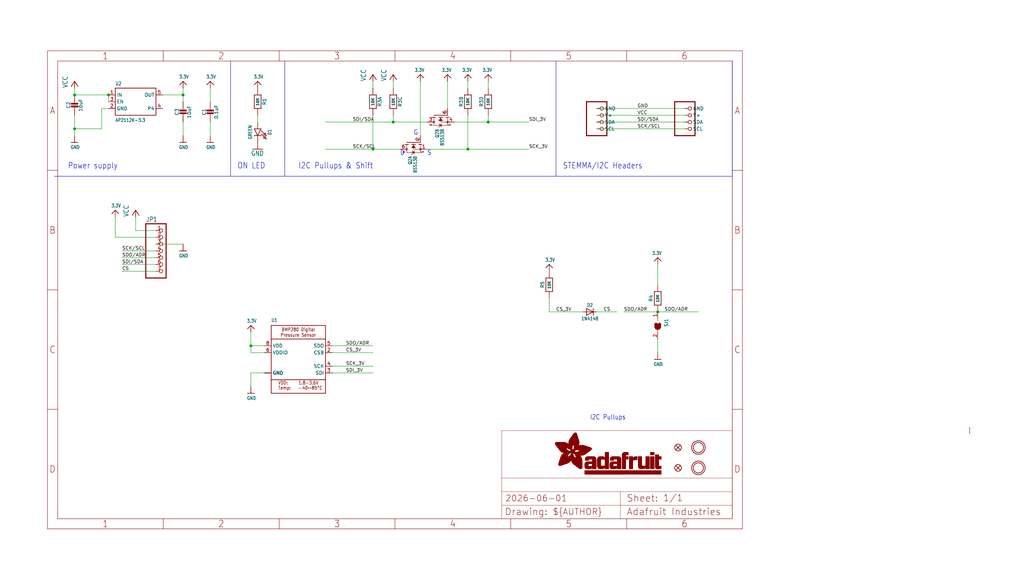
<source format=kicad_sch>
(kicad_sch (version 20230121) (generator eeschema)
  (paper "User" 383.616 217.322)
  (lib_symbols
    (symbol "Adafruit DPS310-eagle-import:3.3V" (power)
      (property "Value" "3.3V" (at -1.524 1.016 0))
      (symbol "3.3V_1_0"
        (pin power_in line (at 0 -2.54 90) (length 2.54) (name "3.3V") (number "1"))
      )
    )
    (symbol "Adafruit DPS310-eagle-import:BMP280_COMBO"
      (property "Reference" "U" (at -10.16 13.97 0))
      (symbol "BMP280_COMBO_1_0"
        (text "-40~~85°C" (at 0 -11.43 0) (effects (font (size 1.27 1.0795)) (justify left bottom)))
        (text "1.8-3.6V" (at 0 -9.525 0) (effects (font (size 1.27 1.0795)) (justify left bottom)))
        (text "BMP280 Digital\nPressure Sensor" (at 0 10.16 0) (effects (font (size 1.27 1.0795))))
        (text "Temp:" (at -7.62 -11.43 0) (effects (font (size 1.27 1.0795)) (justify left bottom)))
        (text "VDD:" (at -7.62 -9.525 0) (effects (font (size 1.27 1.0795)) (justify left bottom)))
        (pin power_in line (at -12.7 -5.08 0) (length 2.54) (name "GND") (number "1"))
        (pin input line (at 12.7 2.54 180) (length 2.54) (name "CSB") (number "2"))
        (pin input line (at 12.7 -5.08 180) (length 2.54) (name "SDI") (number "3"))
        (pin input line (at 12.7 -2.54 180) (length 2.54) (name "SCK") (number "4"))
        (pin output line (at 12.7 5.08 180) (length 2.54) (name "SDO") (number "5"))
        (pin power_in line (at -12.7 2.54 0) (length 2.54) (name "VDDIO") (number "6"))
        (pin power_in line (at -12.7 -5.08 0) (length 2.54) (name "GND") (number "7"))
        (pin power_in line (at -12.7 5.08 0) (length 2.54) (name "VDD") (number "8"))
      )
    )
    (symbol "Adafruit DPS310-eagle-import:CAP_CERAMIC0603_NO"
      (property "Reference" "C" (at -2.29 1.25 90))
      (symbol "CAP_CERAMIC0603_NO_1_0"
        (pin passive line (at 0 5.08 270) (length 2.54) (name "1") (number "1"))
        (pin passive line (at 0 -2.54 90) (length 2.54) (name "2") (number "2"))
      )
    )
    (symbol "Adafruit DPS310-eagle-import:CAP_CERAMIC0805-NOOUTLINE"
      (property "Reference" "C" (at -2.29 1.25 90))
      (symbol "CAP_CERAMIC0805-NOOUTLINE_1_0"
        (pin passive line (at 0 5.08 270) (length 2.54) (name "1") (number "1"))
        (pin passive line (at 0 -2.54 90) (length 2.54) (name "2") (number "2"))
      )
    )
    (symbol "Adafruit DPS310-eagle-import:DIODESOD-323"
      (property "Reference" "D" (at 0 2.54 0))
      (symbol "DIODESOD-323_1_0"
        (pin passive line (at -2.54 0 0) (length 2.54) (name "A") (number "A"))
        (pin passive line (at 2.54 0 180) (length 2.54) (name "C") (number "C"))
      )
    )
    (symbol "Adafruit DPS310-eagle-import:FIDUCIAL_1MM")
    (symbol "Adafruit DPS310-eagle-import:FRAME_A4_ADAFRUIT"
      (symbol "FRAME_A4_ADAFRUIT_1_0"
        (text "${#}/${##}" (at 230.505 10.16 0) (effects (font (size 2.54 2.54)) (justify left bottom)))
        (text "${AUTHOR}" (at 189.23 5.08 0) (effects (font (size 2.286 2.286)) (justify left bottom)))
        (text "${CURRENT_DATE}" (at 171.45 10.16 0) (effects (font (size 2.286 2.286)) (justify left bottom)))
        (text "${PROJECTNAME}" (at 171.45 15.24 0) (effects (font (size 2.54 2.54)) (justify left bottom)))
        (text "1" (at 21.6958 1.905 0) (effects (font (size 2.54 2.286))))
        (text "1" (at 21.6958 177.165 0) (effects (font (size 2.54 2.286))))
        (text "2" (at 65.0875 1.905 0) (effects (font (size 2.54 2.286))))
        (text "2" (at 65.0875 177.165 0) (effects (font (size 2.54 2.286))))
        (text "3" (at 108.4792 1.905 0) (effects (font (size 2.54 2.286))))
        (text "3" (at 108.4792 177.165 0) (effects (font (size 2.54 2.286))))
        (text "4" (at 151.8708 1.905 0) (effects (font (size 2.54 2.286))))
        (text "4" (at 151.8708 177.165 0) (effects (font (size 2.54 2.286))))
        (text "5" (at 195.2625 1.905 0) (effects (font (size 2.54 2.286))))
        (text "5" (at 195.2625 177.165 0) (effects (font (size 2.54 2.286))))
        (text "6" (at 238.6542 1.905 0) (effects (font (size 2.54 2.286))))
        (text "6" (at 238.6542 177.165 0) (effects (font (size 2.54 2.286))))
        (text "A" (at 1.905 156.6863 0) (effects (font (size 2.54 2.286))))
        (text "A" (at 258.445 156.6863 0) (effects (font (size 2.54 2.286))))
        (text "Adafruit Industries" (at 216.916 4.953 0) (effects (font (size 2.54 2.54)) (justify left bottom)))
        (text "B" (at 1.905 111.9188 0) (effects (font (size 2.54 2.286))))
        (text "B" (at 258.445 111.9188 0) (effects (font (size 2.54 2.286))))
        (text "C" (at 1.905 67.1513 0) (effects (font (size 2.54 2.286))))
        (text "C" (at 258.445 67.1513 0) (effects (font (size 2.54 2.286))))
        (text "D" (at 1.905 22.3838 0) (effects (font (size 2.54 2.286))))
        (text "D" (at 258.445 22.3838 0) (effects (font (size 2.54 2.286))))
        (text "Drawing:" (at 171.196 4.953 0) (effects (font (size 2.54 2.54)) (justify left bottom)))
        (text "Sheet:" (at 216.916 10.033 0) (effects (font (size 2.54 2.54)) (justify left bottom)))
      )
    )
    (symbol "Adafruit DPS310-eagle-import:GND" (power)
      (property "Value" "GND" (at -1.524 -2.54 0))
      (symbol "GND_1_0"
        (pin power_in line (at 0 2.54 270) (length 2.54) (name "GND") (number "1"))
      )
    )
    (symbol "Adafruit DPS310-eagle-import:HEADER-1X770MIL"
      (property "Reference" "JP" (at -6.35 10.795 0))
      (symbol "HEADER-1X770MIL_1_0"
        (pin passive inverted (at -2.54 7.62 0) (length 2.54) (name "1") (number "1"))
        (pin passive inverted (at -2.54 5.08 0) (length 2.54) (name "2") (number "2"))
        (pin passive inverted (at -2.54 2.54 0) (length 2.54) (name "3") (number "3"))
        (pin passive inverted (at -2.54 0 0) (length 2.54) (name "4") (number "4"))
        (pin passive inverted (at -2.54 -2.54 0) (length 2.54) (name "5") (number "5"))
        (pin passive inverted (at -2.54 -5.08 0) (length 2.54) (name "6") (number "6"))
        (pin passive inverted (at -2.54 -7.62 0) (length 2.54) (name "7") (number "7"))
      )
    )
    (symbol "Adafruit DPS310-eagle-import:LED0603_NOOUTLINE"
      (property "Reference" "D" (at -1.27 4.445 0))
      (symbol "LED0603_NOOUTLINE_1_0"
        (pin passive line (at -5.08 0 0) (length 2.54) (name "A") (number "A"))
        (pin passive line (at 2.54 0 180) (length 2.54) (name "C") (number "C"))
      )
    )
    (symbol "Adafruit DPS310-eagle-import:MOSFET-N_DUAL"
      (property "Reference" "Q" (at 5.08 0.635 0))
      (symbol "MOSFET-N_DUAL_1_0"
        (text "D" (at 3.175 3.175 0) (effects (font (size 0.8128 0.6908)) (justify left bottom)))
        (text "G" (at -1.27 -1.905 0) (effects (font (size 0.8128 0.6908)) (justify left bottom)))
        (text "S" (at 3.175 -3.81 0) (effects (font (size 0.8128 0.6908)) (justify left bottom)))
        (pin bidirectional line (at 2.54 -5.08 90) (length 2.54) (name "S") (number "1"))
        (pin bidirectional line (at -2.54 -2.54 0) (length 2.54) (name "G") (number "2"))
        (pin bidirectional line (at 2.54 5.08 270) (length 2.54) (name "D") (number "6"))
      )
      (symbol "MOSFET-N_DUAL_2_0"
        (text "D" (at 3.175 3.175 0) (effects (font (size 0.8128 0.6908)) (justify left bottom)))
        (text "G" (at -1.27 -1.905 0) (effects (font (size 0.8128 0.6908)) (justify left bottom)))
        (text "S" (at 3.175 -3.81 0) (effects (font (size 0.8128 0.6908)) (justify left bottom)))
        (pin bidirectional line (at 2.54 5.08 270) (length 2.54) (name "D") (number "3"))
        (pin bidirectional line (at 2.54 -5.08 90) (length 2.54) (name "S") (number "4"))
        (pin bidirectional line (at -2.54 -2.54 0) (length 2.54) (name "G") (number "5"))
      )
    )
    (symbol "Adafruit DPS310-eagle-import:MOUNTINGHOLE2.5")
    (symbol "Adafruit DPS310-eagle-import:RESISTOR_0603_NOOUT"
      (property "Reference" "R" (at 0 2.54 0))
      (symbol "RESISTOR_0603_NOOUT_1_0"
        (pin passive line (at -5.08 0 0) (length 2.54) (name "1") (number "1"))
        (pin passive line (at 5.08 0 180) (length 2.54) (name "2") (number "2"))
      )
    )
    (symbol "Adafruit DPS310-eagle-import:RESISTOR_4PACK"
      (property "Reference" "R" (at 0 2.54 0))
      (symbol "RESISTOR_4PACK_1_0"
        (pin passive line (at -5.08 0 0) (length 2.54) (name "1") (number "1"))
        (pin passive line (at 5.08 0 180) (length 2.54) (name "2") (number "8"))
      )
      (symbol "RESISTOR_4PACK_2_0"
        (pin passive line (at -5.08 0 0) (length 2.54) (name "1") (number "2"))
        (pin passive line (at 5.08 0 180) (length 2.54) (name "2") (number "7"))
      )
      (symbol "RESISTOR_4PACK_3_0"
        (pin passive line (at -5.08 0 0) (length 2.54) (name "1") (number "3"))
        (pin passive line (at 5.08 0 180) (length 2.54) (name "2") (number "6"))
      )
      (symbol "RESISTOR_4PACK_4_0"
        (pin passive line (at -5.08 0 0) (length 2.54) (name "1") (number "4"))
        (pin passive line (at 5.08 0 180) (length 2.54) (name "2") (number "5"))
      )
    )
    (symbol "Adafruit DPS310-eagle-import:SOLDERJUMPER"
      (property "Reference" "SJ" (at -2.54 2.54 0))
      (symbol "SOLDERJUMPER_1_0"
        (pin passive line (at -5.08 0 0) (length 2.54) (name "1") (number "1"))
        (pin passive line (at 5.08 0 180) (length 2.54) (name "2") (number "2"))
      )
    )
    (symbol "Adafruit DPS310-eagle-import:STEMMA_I2C_QT"
      (symbol "STEMMA_I2C_QT_1_0"
        (pin passive inverted (at 0 5.08 0) (length 2.54) (name "GND") (number "1"))
        (pin passive inverted (at 0 2.54 0) (length 2.54) (name "V+") (number "2"))
        (pin passive inverted (at 0 0 0) (length 2.54) (name "SDA") (number "3"))
        (pin passive inverted (at 0 -2.54 0) (length 2.54) (name "SCL") (number "4"))
      )
      (symbol "STEMMA_I2C_QT_2_0"
        (pin bidirectional line (at 0 0 0) (length 5.08) (name "MT") (number "MT1"))
      )
      (symbol "STEMMA_I2C_QT_3_0"
        (pin bidirectional line (at 0 0 0) (length 5.08) (name "MT") (number "MT2"))
      )
    )
    (symbol "Adafruit DPS310-eagle-import:VCC" (power)
      (property "Value" "VCC" (at -2.54 -2.54 90))
      (symbol "VCC_1_0"
        (pin power_in line (at 0 -2.54 90) (length 2.54) (name "VCC") (number "1"))
      )
    )
    (symbol "Adafruit DPS310-eagle-import:VREG_SOT23-5"
      (property "Reference" "U" (at -7.62 6.096 0))
      (symbol "VREG_SOT23-5_1_0"
        (pin power_in line (at -10.16 2.54 0) (length 2.54) (name "IN") (number "1"))
        (pin power_in line (at -10.16 -2.54 0) (length 2.54) (name "GND") (number "2"))
        (pin input line (at -10.16 0 0) (length 2.54) (name "EN") (number "3"))
        (pin bidirectional line (at 10.16 -2.54 180) (length 2.54) (name "P4") (number "4"))
        (pin power_in line (at 10.16 2.54 180) (length 2.54) (name "OUT") (number "5"))
      )
    )
    (symbol "Adafruit DPS310-eagle-import:supply1_GND" (power)
      (property "Value" "supply1_GND" (at -2.54 -2.54 0))
      (symbol "supply1_GND_1_0"
        (pin power_in line (at 0 2.54 270) (length 2.54) (name "GND") (number "1"))
      )
    )
  )
  (junction (at 68.58 35.56))
  (junction (at 93.98 129.54))
  (junction (at 40.64 35.56))
  (junction (at 27.94 48.26))
  (junction (at 175.26 55.88))
  (junction (at 147.32 45.72))
  (junction (at 139.7 55.88))
  (junction (at 246.38 116.84))
  (junction (at 27.94 35.56))
  (junction (at 182.88 45.72))
  (polyline (pts (xy 86.36 22.86) (xy 86.36 66.04)) (stroke (width 0.1524) (type solid)))
  (wire (pts (xy 60.96 35.56) (xy 68.58 35.56)) (stroke (width 0.1524)))
  (wire (pts (xy 58.42 93.98) (xy 45.72 93.98)) (stroke (width 0.1524)))
  (wire (pts (xy 182.88 43.18) (xy 182.88 45.72)) (stroke (width 0.1524)))
  (polyline (pts (xy 20.32 66.04) (xy 86.36 66.04)) (stroke (width 0.1524) (type solid)))
  (wire (pts (xy 182.88 45.72) (xy 198.12 45.72)) (stroke (width 0.1524)))
  (wire (pts (xy 27.94 48.26) (xy 27.94 50.8)) (stroke (width 0.1524)))
  (wire (pts (xy 124.46 132.08) (xy 139.7 132.08)) (stroke (width 0.1524)))
  (wire (pts (xy 182.88 33.02) (xy 182.88 30.48)) (stroke (width 0.1524)))
  (wire (pts (xy 68.58 35.56) (xy 68.58 33.02)) (stroke (width 0.1524)))
  (wire (pts (xy 93.98 129.54) (xy 93.98 124.46)) (stroke (width 0.1524)))
  (polyline (pts (xy 106.68 66.04) (xy 208.28 66.04)) (stroke (width 0.1524) (type solid)))
  (wire (pts (xy 40.64 38.1) (xy 40.64 35.56)) (stroke (width 0.1524)))
  (wire (pts (xy 246.38 106.68) (xy 246.38 99.06)) (stroke (width 0.1524)))
  (wire (pts (xy 99.06 129.54) (xy 93.98 129.54)) (stroke (width 0.1524)))
  (polyline (pts (xy 86.36 66.04) (xy 106.68 66.04)) (stroke (width 0.1524) (type solid)))
  (wire (pts (xy 147.32 43.18) (xy 147.32 45.72)) (stroke (width 0.1524)))
  (wire (pts (xy 50.8 86.36) (xy 50.8 81.28)) (stroke (width 0.1524)))
  (wire (pts (xy 223.52 48.26) (xy 256.54 48.26)) (stroke (width 0.1524)))
  (wire (pts (xy 93.98 139.7) (xy 93.98 144.78)) (stroke (width 0.1524)))
  (wire (pts (xy 205.74 116.84) (xy 205.74 111.76)) (stroke (width 0.1524)))
  (wire (pts (xy 139.7 30.48) (xy 139.7 33.02)) (stroke (width 0.1524)))
  (wire (pts (xy 58.42 91.44) (xy 68.58 91.44)) (stroke (width 0.1524)))
  (wire (pts (xy 256.54 45.72) (xy 223.52 45.72)) (stroke (width 0.1524)))
  (wire (pts (xy 167.64 40.64) (xy 167.64 30.48)) (stroke (width 0.1524)))
  (wire (pts (xy 139.7 55.88) (xy 121.92 55.88)) (stroke (width 0.1524)))
  (wire (pts (xy 160.02 55.88) (xy 175.26 55.88)) (stroke (width 0.1524)))
  (wire (pts (xy 99.06 132.08) (xy 93.98 132.08)) (stroke (width 0.1524)))
  (wire (pts (xy 218.44 116.84) (xy 205.74 116.84)) (stroke (width 0.1524)))
  (wire (pts (xy 170.18 45.72) (xy 182.88 45.72)) (stroke (width 0.1524)))
  (wire (pts (xy 38.1 48.26) (xy 27.94 48.26)) (stroke (width 0.1524)))
  (wire (pts (xy 175.26 55.88) (xy 198.12 55.88)) (stroke (width 0.1524)))
  (wire (pts (xy 27.94 48.26) (xy 27.94 43.18)) (stroke (width 0.1524)))
  (wire (pts (xy 78.74 45.72) (xy 78.74 50.8)) (stroke (width 0.1524)))
  (polyline (pts (xy 363.22 162.56) (xy 363.22 160.02)) (stroke (width 0.1524) (type solid)))
  (wire (pts (xy 124.46 139.7) (xy 139.7 139.7)) (stroke (width 0.1524)))
  (wire (pts (xy 27.94 33.02) (xy 27.94 35.56)) (stroke (width 0.1524)))
  (wire (pts (xy 147.32 33.02) (xy 147.32 30.48)) (stroke (width 0.1524)))
  (wire (pts (xy 58.42 86.36) (xy 50.8 86.36)) (stroke (width 0.1524)))
  (polyline (pts (xy 208.28 22.86) (xy 208.28 66.04)) (stroke (width 0.1524) (type solid)))
  (wire (pts (xy 93.98 132.08) (xy 93.98 129.54)) (stroke (width 0.1524)))
  (wire (pts (xy 68.58 35.56) (xy 68.58 38.1)) (stroke (width 0.1524)))
  (wire (pts (xy 43.18 88.9) (xy 43.18 81.28)) (stroke (width 0.1524)))
  (wire (pts (xy 68.58 45.72) (xy 68.58 50.8)) (stroke (width 0.1524)))
  (polyline (pts (xy 208.28 66.04) (xy 274.32 66.04)) (stroke (width 0.1524) (type solid)))
  (wire (pts (xy 38.1 40.64) (xy 38.1 48.26)) (stroke (width 0.1524)))
  (wire (pts (xy 58.42 96.52) (xy 45.72 96.52)) (stroke (width 0.1524)))
  (wire (pts (xy 256.54 40.64) (xy 223.52 40.64)) (stroke (width 0.1524)))
  (wire (pts (xy 139.7 129.54) (xy 124.46 129.54)) (stroke (width 0.1524)))
  (wire (pts (xy 246.38 116.84) (xy 261.62 116.84)) (stroke (width 0.1524)))
  (wire (pts (xy 175.26 43.18) (xy 175.26 55.88)) (stroke (width 0.1524)))
  (wire (pts (xy 139.7 43.18) (xy 139.7 55.88)) (stroke (width 0.1524)))
  (wire (pts (xy 157.48 50.8) (xy 157.48 30.48)) (stroke (width 0.1524)))
  (polyline (pts (xy 106.68 22.86) (xy 106.68 66.04)) (stroke (width 0.1524) (type solid)))
  (wire (pts (xy 160.02 45.72) (xy 147.32 45.72)) (stroke (width 0.1524)))
  (wire (pts (xy 246.38 132.08) (xy 246.38 127)) (stroke (width 0.1524)))
  (wire (pts (xy 58.42 88.9) (xy 43.18 88.9)) (stroke (width 0.1524)))
  (wire (pts (xy 175.26 33.02) (xy 175.26 30.48)) (stroke (width 0.1524)))
  (wire (pts (xy 78.74 33.02) (xy 78.74 38.1)) (stroke (width 0.1524)))
  (wire (pts (xy 223.52 43.18) (xy 256.54 43.18)) (stroke (width 0.1524)))
  (wire (pts (xy 223.52 116.84) (xy 231.14 116.84)) (stroke (width 0.1524)))
  (wire (pts (xy 139.7 137.16) (xy 124.46 137.16)) (stroke (width 0.1524)))
  (wire (pts (xy 40.64 40.64) (xy 38.1 40.64)) (stroke (width 0.1524)))
  (wire (pts (xy 58.42 99.06) (xy 45.72 99.06)) (stroke (width 0.1524)))
  (wire (pts (xy 149.86 55.88) (xy 139.7 55.88)) (stroke (width 0.1524)))
  (wire (pts (xy 40.64 35.56) (xy 27.94 35.56)) (stroke (width 0.1524)))
  (wire (pts (xy 58.42 101.6) (xy 45.72 101.6)) (stroke (width 0.1524)))
  (wire (pts (xy 147.32 45.72) (xy 121.92 45.72)) (stroke (width 0.1524)))
  (wire (pts (xy 99.06 139.7) (xy 93.98 139.7)) (stroke (width 0.1524)))
  (wire (pts (xy 246.38 116.84) (xy 233.68 116.84)) (stroke (width 0.1524)))
  (polyline (pts (xy 274.32 22.86) (xy 274.32 66.04)) (stroke (width 0.1524) (type solid)))
  (wire (pts (xy 96.52 45.72) (xy 96.52 43.18)) (stroke (width 0.1524)))
  (text "ON LED" (at 88.9 63.5 0) (effects (font (size 2.1844 1.8567)) (justify left bottom)))
  (text "S" (at 160.02 58.42 0) (effects (font (size 1.778 1.5113)) (justify left bottom)))
  (text "I2C Pullups & Shift" (at 111.76 63.5 0) (effects (font (size 2.1844 1.8567)) (justify left bottom)))
  (text "D" (at 149.86 58.42 0) (effects (font (size 1.778 1.5113)) (justify left bottom)))
  (text "STEMMA/I2C Headers" (at 210.82 63.5 0) (effects (font (size 2.1844 1.8567)) (justify left bottom)))
  (text "I2C Pullups" (at 220.98 157.48 0) (effects (font (size 1.778 1.5113)) (justify left bottom)))
  (text "G" (at 154.94 50.8 0) (effects (font (size 1.778 1.5113)) (justify left bottom)))
  (text "Power supply" (at 25.4 63.5 0) (effects (font (size 2.1844 1.8567)) (justify left bottom)))
  (label "CS" (at 45.72 101.6 0) (effects (font (size 1.2446 1.2446))))
  (label "SCK_3V" (at 198.12 55.88 0) (effects (font (size 1.2446 1.2446))))
  (label "SCK/SCL" (at 132.08 55.88 0) (effects (font (size 1.2446 1.2446))))
  (label "SDI/SDA" (at 45.72 99.06 0) (effects (font (size 1.2446 1.2446))))
  (label "SDO/ADR" (at 248.92 116.84 0) (effects (font (size 1.2446 1.2446))))
  (label "SDO/ADR" (at 129.54 129.54 0) (effects (font (size 1.2446 1.2446))))
  (label "CS" (at 226.06 116.84 0) (effects (font (size 1.2446 1.2446))))
  (label "SCK/SCL" (at 238.76 48.26 0) (effects (font (size 1.2446 1.2446))))
  (label "GND" (at 238.76 40.64 0) (effects (font (size 1.2446 1.2446))))
  (label "CS_3V" (at 208.28 116.84 0) (effects (font (size 1.2446 1.2446))))
  (label "SCK/SCL" (at 45.72 93.98 0) (effects (font (size 1.2446 1.2446))))
  (label "SDI/SDA" (at 132.08 45.72 0) (effects (font (size 1.2446 1.2446))))
  (label "VCC" (at 238.76 43.18 0) (effects (font (size 1.2446 1.2446))))
  (label "SDO/ADR" (at 45.72 96.52 0) (effects (font (size 1.2446 1.2446))))
  (label "SDI/SDA" (at 238.76 45.72 0) (effects (font (size 1.2446 1.2446))))
  (label "SDO/ADR" (at 233.68 116.84 0) (effects (font (size 1.2446 1.2446))))
  (label "SCK_3V" (at 129.54 137.16 0) (effects (font (size 1.2446 1.2446))))
  (label "CS_3V" (at 129.54 132.08 0) (effects (font (size 1.2446 1.2446))))
  (label "SDI_3V" (at 198.12 45.72 0) (effects (font (size 1.2446 1.2446))))
  (label "SDI_3V" (at 129.54 139.7 0) (effects (font (size 1.2446 1.2446))))
  (symbol (lib_id "Adafruit DPS310-eagle-import:GND") (at 93.98 147.32 0) (unit 1)
    (property "Reference" "#U$019" (effects hide))
    (property "Value" "GND" (at 92.456 149.86 0) (effects (font (size 1.27 1.0795)) (justify left bottom)))
  )
  (symbol (lib_id "Adafruit DPS310-eagle-import:GND") (at 27.94 53.34 0) (unit 1)
    (property "Reference" "#U$013" (effects hide))
    (property "Value" "GND" (at 26.416 55.88 0) (effects (font (size 1.27 1.0795)) (justify left bottom)))
  )
  (symbol (lib_id "Adafruit DPS310-eagle-import:HEADER-1X770MIL") (at 60.96 93.98 0) (unit 1)
    (property "Reference" "JP1" (at 54.61 83.185 0) (effects (font (size 1.778 1.5113)) (justify left bottom)))
    (property "Value" "HEADER-1X770MIL" (effects hide))
    (property "Footprint" "Adafruit DPS310:1X07_ROUND_70" (effects hide))
  )
  (symbol (lib_id "Adafruit DPS310-eagle-import:3.3V") (at 157.48 27.94 0) (mirror y) (unit 1)
    (property "Reference" "#U$026" (effects hide))
    (property "Value" "3.3V" (at 159.004 26.924 0) (effects (font (size 1.27 1.0795)) (justify left bottom)))
  )
  (symbol (lib_id "Adafruit DPS310-eagle-import:RESISTOR_0603_NOOUT") (at 246.38 111.76 90) (unit 1)
    (property "Reference" "R4" (at 243.84 111.76 0))
    (property "Value" "10K" (at 246.38 111.76 0) (effects (font (size 1.016 1.016) bold)))
    (property "Footprint" "Adafruit DPS310:0603-NO" (effects hide))
  )
  (symbol (lib_id "Adafruit DPS310-eagle-import:RESISTOR_4PACK") (at 139.7 38.1 270) (unit 1)
    (property "Reference" "R3" (at 142.24 38.1 0))
    (property "Value" "10K" (at 139.7 38.1 0) (effects (font (size 1.016 1.016) bold)))
    (property "Footprint" "Adafruit DPS310:RESPACK_4X0603" (effects hide))
  )
  (symbol (lib_id "Adafruit DPS310-eagle-import:RESISTOR_0603_NOOUT") (at 96.52 38.1 270) (unit 1)
    (property "Reference" "R1" (at 99.06 38.1 0))
    (property "Value" "10K" (at 96.52 38.1 0) (effects (font (size 1.016 1.016) bold)))
    (property "Footprint" "Adafruit DPS310:0603-NO" (effects hide))
  )
  (symbol (lib_id "Adafruit DPS310-eagle-import:RESISTOR_4PACK") (at 182.88 38.1 90) (mirror x) (unit 4)
    (property "Reference" "R3" (at 180.34 38.1 0))
    (property "Value" "10K" (at 182.88 38.1 0) (effects (font (size 1.016 1.016) bold)))
    (property "Footprint" "Adafruit DPS310:RESPACK_4X0603" (effects hide))
  )
  (symbol (lib_id "Adafruit DPS310-eagle-import:VCC") (at 27.94 30.48 0) (unit 1)
    (property "Reference" "#P+03" (effects hide))
    (property "Value" "VCC" (at 25.4 33.02 90) (effects (font (size 1.778 1.5113)) (justify left bottom)))
  )
  (symbol (lib_id "Adafruit DPS310-eagle-import:GND") (at 68.58 53.34 0) (unit 1)
    (property "Reference" "#U$05" (effects hide))
    (property "Value" "GND" (at 67.056 55.88 0) (effects (font (size 1.27 1.0795)) (justify left bottom)))
  )
  (symbol (lib_id "Adafruit DPS310-eagle-import:MOUNTINGHOLE2.5") (at 261.62 175.26 0) (unit 1)
    (property "Reference" "U$1" (effects hide))
    (property "Value" "MOUNTINGHOLE2.5" (effects hide))
    (property "Footprint" "Adafruit DPS310:MOUNTINGHOLE_2.5_PLATED" (effects hide))
  )
  (symbol (lib_id "Adafruit DPS310-eagle-import:GND") (at 78.74 53.34 0) (unit 1)
    (property "Reference" "#U$06" (effects hide))
    (property "Value" "GND" (at 77.216 55.88 0) (effects (font (size 1.27 1.0795)) (justify left bottom)))
  )
  (symbol (lib_id "Adafruit DPS310-eagle-import:STEMMA_I2C_QT") (at 256.54 45.72 0) (unit 1)
    (property "Reference" "CONN4" (effects hide))
    (property "Value" "STEMMA_I2C_QT" (effects hide))
    (property "Footprint" "Adafruit DPS310:JST_SH4" (effects hide))
  )
  (symbol (lib_id "Adafruit DPS310-eagle-import:MOSFET-N_DUAL") (at 154.94 53.34 90) (mirror x) (unit 1)
    (property "Reference" "Q2" (at 154.305 58.42 0) (effects (font (size 1.27 1.0795)) (justify left bottom)))
    (property "Value" "BSS138" (at 156.21 58.42 0) (effects (font (size 1.27 1.0795)) (justify left bottom)))
    (property "Footprint" "Adafruit DPS310:SOT363" (effects hide))
  )
  (symbol (lib_id "Adafruit DPS310-eagle-import:VCC") (at 139.7 27.94 0) (unit 1)
    (property "Reference" "#P+01" (effects hide))
    (property "Value" "VCC" (at 137.16 30.48 90) (effects (font (size 1.778 1.5113)) (justify left bottom)))
  )
  (symbol (lib_id "Adafruit DPS310-eagle-import:3.3V") (at 78.74 30.48 0) (unit 1)
    (property "Reference" "#U$014" (effects hide))
    (property "Value" "3.3V" (at 77.216 29.464 0) (effects (font (size 1.27 1.0795)) (justify left bottom)))
  )
  (symbol (lib_id "Adafruit DPS310-eagle-import:VCC") (at 147.32 27.94 0) (unit 1)
    (property "Reference" "#P+02" (effects hide))
    (property "Value" "VCC" (at 144.78 30.48 90) (effects (font (size 1.778 1.5113)) (justify left bottom)))
  )
  (symbol (lib_id "Adafruit DPS310-eagle-import:RESISTOR_4PACK") (at 147.32 38.1 270) (unit 3)
    (property "Reference" "R3" (at 149.86 38.1 0))
    (property "Value" "10K" (at 147.32 38.1 0) (effects (font (size 1.016 1.016) bold)))
    (property "Footprint" "Adafruit DPS310:RESPACK_4X0603" (effects hide))
  )
  (symbol (lib_id "Adafruit DPS310-eagle-import:CAP_CERAMIC0603_NO") (at 78.74 43.18 0) (unit 1)
    (property "Reference" "C1" (at 76.45 41.93 90))
    (property "Value" "0.1uF" (at 81.04 41.93 90))
    (property "Footprint" "Adafruit DPS310:0603-NO" (effects hide))
  )
  (symbol (lib_id "Adafruit DPS310-eagle-import:VREG_SOT23-5") (at 50.8 38.1 0) (unit 1)
    (property "Reference" "U2" (at 43.18 32.004 0) (effects (font (size 1.27 1.0795)) (justify left bottom)))
    (property "Value" "AP2112K-3.3" (at 43.18 45.72 0) (effects (font (size 1.27 1.0795)) (justify left bottom)))
    (property "Footprint" "Adafruit DPS310:SOT23-5" (effects hide))
  )
  (symbol (lib_id "Adafruit DPS310-eagle-import:DIODESOD-323") (at 220.98 116.84 0) (unit 1)
    (property "Reference" "D2" (at 220.98 114.3 0) (effects (font (size 1.27 1.0795))))
    (property "Value" "1N4148" (at 220.98 119.34 0) (effects (font (size 1.27 1.0795))))
    (property "Footprint" "Adafruit DPS310:SOD-323" (effects hide))
  )
  (symbol (lib_id "Adafruit DPS310-eagle-import:SOLDERJUMPER") (at 246.38 121.92 270) (unit 1)
    (property "Reference" "SJ1" (at 248.92 119.38 0) (effects (font (size 1.27 1.0795)) (justify left bottom)))
    (property "Value" "SOLDERJUMPER" (effects hide))
    (property "Footprint" "Adafruit DPS310:SOLDERJUMPER_ARROW_NOPASTE" (effects hide))
  )
  (symbol (lib_id "Adafruit DPS310-eagle-import:MOUNTINGHOLE2.5") (at 261.62 167.64 0) (unit 1)
    (property "Reference" "U$17" (effects hide))
    (property "Value" "MOUNTINGHOLE2.5" (effects hide))
    (property "Footprint" "Adafruit DPS310:MOUNTINGHOLE_2.5_PLATED" (effects hide))
  )
  (symbol (lib_id "Adafruit DPS310-eagle-import:GND") (at 68.58 93.98 0) (unit 1)
    (property "Reference" "#U$010" (effects hide))
    (property "Value" "GND" (at 67.056 96.52 0) (effects (font (size 1.27 1.0795)) (justify left bottom)))
  )
  (symbol (lib_id "Adafruit DPS310-eagle-import:3.3V") (at 167.64 27.94 0) (mirror y) (unit 1)
    (property "Reference" "#U$023" (effects hide))
    (property "Value" "3.3V" (at 169.164 26.924 0) (effects (font (size 1.27 1.0795)) (justify left bottom)))
  )
  (symbol (lib_id "Adafruit DPS310-eagle-import:RESISTOR_0603_NOOUT") (at 205.74 106.68 90) (unit 1)
    (property "Reference" "R5" (at 203.2 106.68 0))
    (property "Value" "10K" (at 205.74 106.68 0) (effects (font (size 1.016 1.016) bold)))
    (property "Footprint" "Adafruit DPS310:0603-NO" (effects hide))
  )
  (symbol (lib_id "Adafruit DPS310-eagle-import:MOSFET-N_DUAL") (at 165.1 43.18 90) (mirror x) (unit 2)
    (property "Reference" "Q2" (at 164.465 48.26 0) (effects (font (size 1.27 1.0795)) (justify left bottom)))
    (property "Value" "BSS138" (at 166.37 48.26 0) (effects (font (size 1.27 1.0795)) (justify left bottom)))
    (property "Footprint" "Adafruit DPS310:SOT363" (effects hide))
  )
  (symbol (lib_id "Adafruit DPS310-eagle-import:3.3V") (at 246.38 96.52 0) (mirror y) (unit 1)
    (property "Reference" "#U$08" (effects hide))
    (property "Value" "3.3V" (at 247.904 95.504 0) (effects (font (size 1.27 1.0795)) (justify left bottom)))
  )
  (symbol (lib_id "Adafruit DPS310-eagle-import:CAP_CERAMIC0805-NOOUTLINE") (at 68.58 43.18 0) (unit 1)
    (property "Reference" "C3" (at 66.29 41.93 90))
    (property "Value" "10uF" (at 70.88 41.93 90))
    (property "Footprint" "Adafruit DPS310:0805-NO" (effects hide))
  )
  (symbol (lib_id "Adafruit DPS310-eagle-import:RESISTOR_4PACK") (at 175.26 38.1 90) (mirror x) (unit 2)
    (property "Reference" "R3" (at 172.72 38.1 0))
    (property "Value" "10K" (at 175.26 38.1 0) (effects (font (size 1.016 1.016) bold)))
    (property "Footprint" "Adafruit DPS310:RESPACK_4X0603" (effects hide))
  )
  (symbol (lib_id "Adafruit DPS310-eagle-import:VCC") (at 50.8 78.74 0) (unit 1)
    (property "Reference" "#P+04" (effects hide))
    (property "Value" "VCC" (at 48.26 81.28 90) (effects (font (size 1.778 1.5113)) (justify left bottom)))
  )
  (symbol (lib_id "Adafruit DPS310-eagle-import:GND") (at 246.38 134.62 0) (unit 1)
    (property "Reference" "#U$09" (effects hide))
    (property "Value" "GND" (at 244.856 137.16 0) (effects (font (size 1.27 1.0795)) (justify left bottom)))
  )
  (symbol (lib_id "Adafruit DPS310-eagle-import:LED0603_NOOUTLINE") (at 96.52 50.8 270) (unit 1)
    (property "Reference" "D1" (at 100.965 49.53 0) (effects (font (size 1.27 1.0795))))
    (property "Value" "GREEN" (at 93.726 49.53 0) (effects (font (size 1.27 1.0795))))
    (property "Footprint" "Adafruit DPS310:CHIPLED_0603_NOOUTLINE" (effects hide))
  )
  (symbol (lib_id "Adafruit DPS310-eagle-import:3.3V") (at 96.52 30.48 0) (unit 1)
    (property "Reference" "#U$03" (effects hide))
    (property "Value" "3.3V" (at 94.996 29.464 0) (effects (font (size 1.27 1.0795)) (justify left bottom)))
  )
  (symbol (lib_id "Adafruit DPS310-eagle-import:3.3V") (at 205.74 99.06 0) (unit 1)
    (property "Reference" "#U$042" (effects hide))
    (property "Value" "3.3V" (at 204.216 98.044 0) (effects (font (size 1.27 1.0795)) (justify left bottom)))
  )
  (symbol (lib_id "Adafruit DPS310-eagle-import:FIDUCIAL_1MM") (at 254 167.64 0) (unit 1)
    (property "Reference" "FID4" (effects hide))
    (property "Value" "FIDUCIAL_1MM" (effects hide))
    (property "Footprint" "Adafruit DPS310:FIDUCIAL_1MM" (effects hide))
  )
  (symbol (lib_id "Adafruit DPS310-eagle-import:supply1_GND") (at 96.52 55.88 0) (unit 1)
    (property "Reference" "#GND06" (effects hide))
    (property "Value" "GND" (at 93.98 58.42 0) (effects (font (size 1.778 1.5113)) (justify left bottom)))
  )
  (symbol (lib_id "Adafruit DPS310-eagle-import:BMP280_COMBO") (at 111.76 134.62 0) (unit 1)
    (property "Reference" "U1" (at 101.6 120.65 0) (effects (font (size 1.27 1.0795)) (justify left bottom)))
    (property "Value" "BMP280_COMBO" (effects hide))
    (property "Footprint" "Adafruit DPS310:BMX280_COMBO" (effects hide))
  )
  (symbol (lib_id "Adafruit DPS310-eagle-import:3.3V") (at 93.98 121.92 0) (unit 1)
    (property "Reference" "#U$012" (effects hide))
    (property "Value" "3.3V" (at 92.456 120.904 0) (effects (font (size 1.27 1.0795)) (justify left bottom)))
  )
  (symbol (lib_id "Adafruit DPS310-eagle-import:3.3V") (at 68.58 30.48 0) (unit 1)
    (property "Reference" "#U$015" (effects hide))
    (property "Value" "3.3V" (at 67.056 29.464 0) (effects (font (size 1.27 1.0795)) (justify left bottom)))
  )
  (symbol (lib_id "Adafruit DPS310-eagle-import:STEMMA_I2C_QT") (at 223.52 45.72 0) (unit 1)
    (property "Reference" "CONN3" (effects hide))
    (property "Value" "STEMMA_I2C_QT" (effects hide))
    (property "Footprint" "Adafruit DPS310:JST_SH4" (effects hide))
  )
  (symbol (lib_id "Adafruit DPS310-eagle-import:FIDUCIAL_1MM") (at 254 175.26 0) (unit 1)
    (property "Reference" "FID3" (effects hide))
    (property "Value" "FIDUCIAL_1MM" (effects hide))
    (property "Footprint" "Adafruit DPS310:FIDUCIAL_1MM" (effects hide))
  )
  (symbol (lib_id "Adafruit DPS310-eagle-import:3.3V") (at 182.88 27.94 0) (mirror y) (unit 1)
    (property "Reference" "#U$07" (effects hide))
    (property "Value" "3.3V" (at 184.404 26.924 0) (effects (font (size 1.27 1.0795)) (justify left bottom)))
  )
  (symbol (lib_id "Adafruit DPS310-eagle-import:FRAME_A4_ADAFRUIT") (at 17.78 198.12 0) (unit 1)
    (property "Reference" "#U$18" (effects hide))
    (property "Value" "FRAME_A4_ADAFRUIT" (effects hide))
  )
  (symbol (lib_id "Adafruit DPS310-eagle-import:CAP_CERAMIC0805-NOOUTLINE") (at 27.94 40.64 0) (unit 1)
    (property "Reference" "C2" (at 25.65 39.39 90))
    (property "Value" "10uF" (at 30.24 39.39 90))
    (property "Footprint" "Adafruit DPS310:0805-NO" (effects hide))
  )
  (symbol (lib_id "Adafruit DPS310-eagle-import:3.3V") (at 175.26 27.94 0) (mirror y) (unit 1)
    (property "Reference" "#U$024" (effects hide))
    (property "Value" "3.3V" (at 176.784 26.924 0) (effects (font (size 1.27 1.0795)) (justify left bottom)))
  )
  (symbol (lib_id "Adafruit DPS310-eagle-import:3.3V") (at 43.18 78.74 0) (unit 1)
    (property "Reference" "#U$016" (effects hide))
    (property "Value" "3.3V" (at 41.656 77.724 0) (effects (font (size 1.27 1.0795)) (justify left bottom)))
  )
)
</source>
